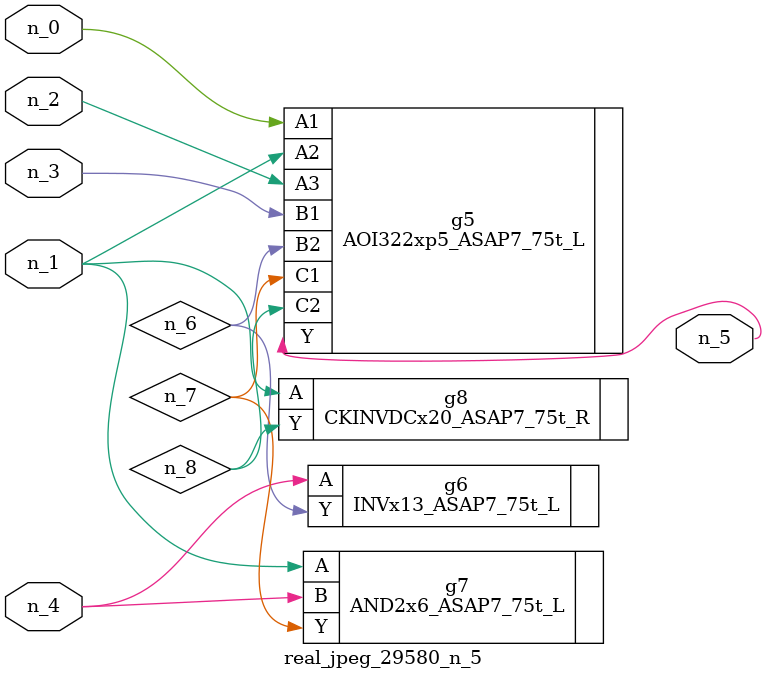
<source format=v>
module real_jpeg_29580_n_5 (n_4, n_0, n_1, n_2, n_3, n_5);

input n_4;
input n_0;
input n_1;
input n_2;
input n_3;

output n_5;

wire n_8;
wire n_6;
wire n_7;

AOI322xp5_ASAP7_75t_L g5 ( 
.A1(n_0),
.A2(n_1),
.A3(n_2),
.B1(n_3),
.B2(n_6),
.C1(n_7),
.C2(n_8),
.Y(n_5)
);

AND2x6_ASAP7_75t_L g7 ( 
.A(n_1),
.B(n_4),
.Y(n_7)
);

CKINVDCx20_ASAP7_75t_R g8 ( 
.A(n_1),
.Y(n_8)
);

INVx13_ASAP7_75t_L g6 ( 
.A(n_4),
.Y(n_6)
);


endmodule
</source>
